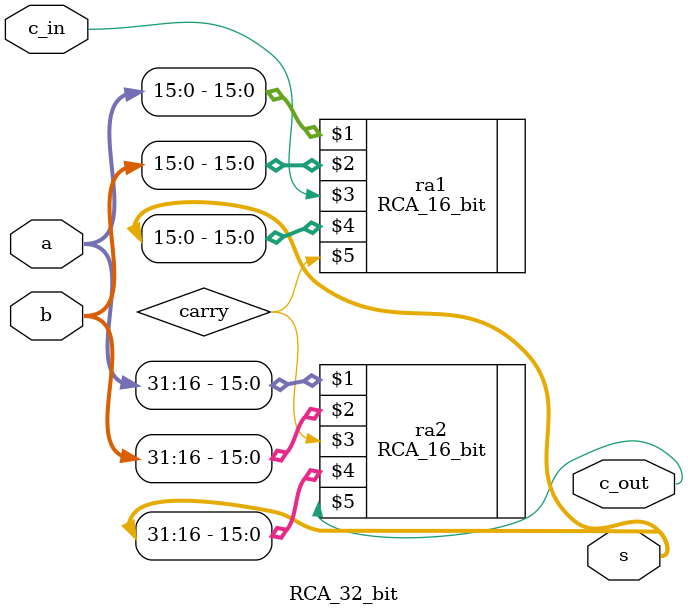
<source format=v>
`timescale 1ns / 1ps
/*
# ---------------------------------------------------------

    # COMPUTER ORGANIZATION LABORATORY
    # AUTUMN SEMESTER 2022
    # Assignment 3
    # Problem 1
    # Group No. 60
    # Abhay Kumar Keshari 20CS10001
    # Hardik Soni 20CS30023
# ---------------------------------------------------------
*/

module RCA_32_bit(
    input [31:0] a,
    input [31:0] b,
    input c_in,
    output [31:0] s,
    output c_out
);

wire carry;

// Cascading 2 RCA_16_bit using carry wire

RCA_16_bit ra1(a[15:0], b[15:0], c_in, s[15:0], carry);
RCA_16_bit ra2(a[31:16], b[31:16], carry, s[31:16], c_out);
endmodule
</source>
